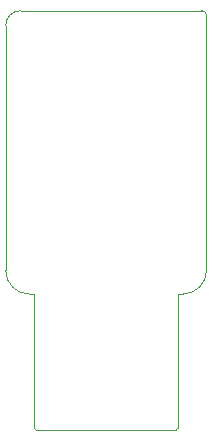
<source format=gbr>
%TF.GenerationSoftware,KiCad,Pcbnew,(5.99.0-7706-gdc1c80beb8)*%
%TF.CreationDate,2020-12-31T13:50:13+03:00*%
%TF.ProjectId,USBtoCANFD,55534274-6f43-4414-9e46-442e6b696361,rev?*%
%TF.SameCoordinates,Original*%
%TF.FileFunction,Profile,NP*%
%FSLAX46Y46*%
G04 Gerber Fmt 4.6, Leading zero omitted, Abs format (unit mm)*
G04 Created by KiCad (PCBNEW (5.99.0-7706-gdc1c80beb8)) date 2020-12-31 13:50:13*
%MOMM*%
%LPD*%
G01*
G04 APERTURE LIST*
%TA.AperFunction,Profile*%
%ADD10C,0.100000*%
%TD*%
G04 APERTURE END LIST*
D10*
X156500000Y-88500000D02*
G75*
G03*
X158500000Y-86500000I0J2000000D01*
G01*
X143500000Y-88500000D02*
G75*
G02*
X141500000Y-86500000I0J2000000D01*
G01*
X156500000Y-88500000D02*
X156100000Y-88500000D01*
X155950000Y-100000000D02*
X144050000Y-100000000D01*
X141500000Y-86500000D02*
X141500000Y-65775000D01*
X158500000Y-64900000D02*
X158500000Y-86500000D01*
X156100000Y-88500000D02*
X156100000Y-99850000D01*
X141500000Y-65775000D02*
G75*
G02*
X142775000Y-64500000I1275000J0D01*
G01*
X158100000Y-64500000D02*
G75*
G02*
X158500000Y-64900000I0J-400000D01*
G01*
X142775000Y-64500000D02*
X158100000Y-64500000D01*
X143900000Y-99850000D02*
X143900000Y-88500000D01*
X143500000Y-88500000D02*
X143900000Y-88500000D01*
X143900000Y-99850000D02*
G75*
G03*
X144050000Y-100000000I150000J0D01*
G01*
X156100000Y-99850000D02*
G75*
G02*
X155950000Y-100000000I-150000J0D01*
G01*
M02*

</source>
